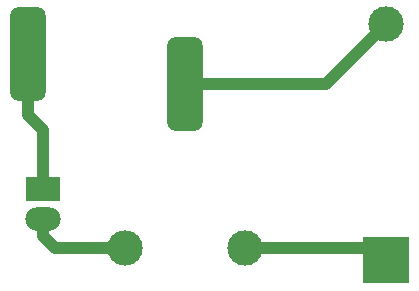
<source format=gbr>
%TF.GenerationSoftware,KiCad,Pcbnew,(6.0.2)*%
%TF.CreationDate,2022-03-14T22:27:08+01:00*%
%TF.ProjectId,OutemuTester,4f757465-6d75-4546-9573-7465722e6b69,rev?*%
%TF.SameCoordinates,Original*%
%TF.FileFunction,Copper,L1,Top*%
%TF.FilePolarity,Positive*%
%FSLAX46Y46*%
G04 Gerber Fmt 4.6, Leading zero omitted, Abs format (unit mm)*
G04 Created by KiCad (PCBNEW (6.0.2)) date 2022-03-14 22:27:08*
%MOMM*%
%LPD*%
G01*
G04 APERTURE LIST*
G04 Aperture macros list*
%AMRoundRect*
0 Rectangle with rounded corners*
0 $1 Rounding radius*
0 $2 $3 $4 $5 $6 $7 $8 $9 X,Y pos of 4 corners*
0 Add a 4 corners polygon primitive as box body*
4,1,4,$2,$3,$4,$5,$6,$7,$8,$9,$2,$3,0*
0 Add four circle primitives for the rounded corners*
1,1,$1+$1,$2,$3*
1,1,$1+$1,$4,$5*
1,1,$1+$1,$6,$7*
1,1,$1+$1,$8,$9*
0 Add four rect primitives between the rounded corners*
20,1,$1+$1,$2,$3,$4,$5,0*
20,1,$1+$1,$4,$5,$6,$7,0*
20,1,$1+$1,$6,$7,$8,$9,0*
20,1,$1+$1,$8,$9,$2,$3,0*%
G04 Aperture macros list end*
%TA.AperFunction,ComponentPad*%
%ADD10R,3.000000X2.000000*%
%TD*%
%TA.AperFunction,ComponentPad*%
%ADD11O,3.000000X2.000000*%
%TD*%
%TA.AperFunction,ComponentPad*%
%ADD12C,3.000000*%
%TD*%
%TA.AperFunction,ComponentPad*%
%ADD13O,3.000000X3.000000*%
%TD*%
%TA.AperFunction,ComponentPad*%
%ADD14R,4.000000X4.000000*%
%TD*%
%TA.AperFunction,SMDPad,CuDef*%
%ADD15RoundRect,0.750000X0.750000X3.250000X-0.750000X3.250000X-0.750000X-3.250000X0.750000X-3.250000X0*%
%TD*%
%TA.AperFunction,Conductor*%
%ADD16C,1.000000*%
%TD*%
G04 APERTURE END LIST*
D10*
%TO.P,D1,1,K*%
%TO.N,Net-(D1-Pad1)*%
X111000000Y-96000000D03*
D11*
%TO.P,D1,2,A*%
%TO.N,Net-(D1-Pad2)*%
X111000000Y-98540000D03*
%TD*%
D12*
%TO.P,R1,1*%
%TO.N,Net-(BT1-Pad1)*%
X128080000Y-101000000D03*
D13*
%TO.P,R1,2*%
%TO.N,Net-(D1-Pad2)*%
X117920000Y-101000000D03*
%TD*%
D14*
%TO.P,BT1,1,+*%
%TO.N,Net-(BT1-Pad1)*%
X140000000Y-102036587D03*
D12*
%TO.P,BT1,2,-*%
%TO.N,Net-(BT1-Pad2)*%
X140000000Y-82036587D03*
%TD*%
D15*
%TO.P,SW1,1,1*%
%TO.N,Net-(BT1-Pad2)*%
X123040000Y-87080000D03*
%TO.P,SW1,2,2*%
%TO.N,Net-(D1-Pad1)*%
X109690000Y-84540000D03*
%TD*%
D16*
%TO.N,Net-(BT1-Pad1)*%
X128080000Y-101000000D02*
X138963413Y-101000000D01*
X138963413Y-101000000D02*
X140000000Y-102036587D01*
%TO.N,Net-(D1-Pad2)*%
X111000000Y-98540000D02*
X111000000Y-100000000D01*
X112000000Y-101000000D02*
X117920000Y-101000000D01*
X111000000Y-100000000D02*
X112000000Y-101000000D01*
%TO.N,Net-(D1-Pad1)*%
X109690000Y-84540000D02*
X109690000Y-89690000D01*
X109690000Y-89690000D02*
X111000000Y-91000000D01*
X111000000Y-91000000D02*
X111000000Y-96000000D01*
%TO.N,Net-(BT1-Pad2)*%
X134956587Y-87080000D02*
X123040000Y-87080000D01*
X140000000Y-82036587D02*
X134956587Y-87080000D01*
%TD*%
M02*

</source>
